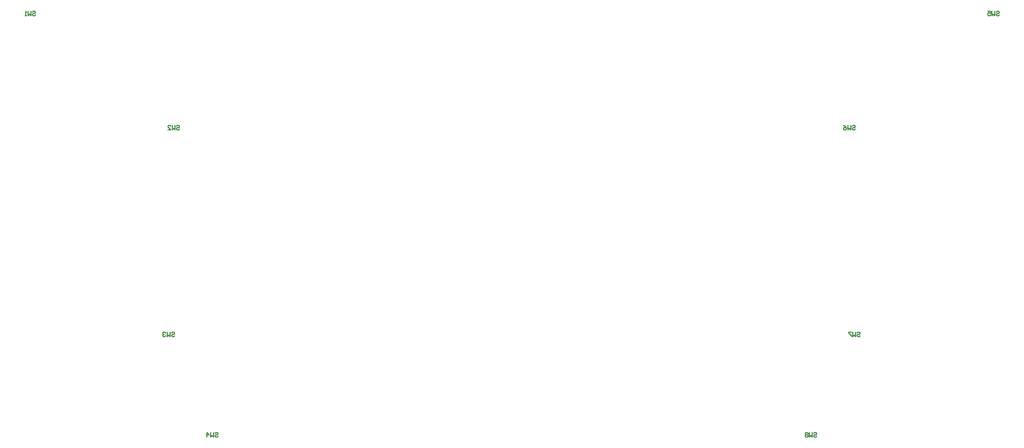
<source format=gbo>
G04*
G04 #@! TF.GenerationSoftware,Altium Limited,Altium Designer,18.1.11 (251)*
G04*
G04 Layer_Color=32896*
%FSLAX25Y25*%
%MOIN*%
G70*
G01*
G75*
%ADD10C,0.01000*%
D10*
X763976Y114180D02*
X764632Y114836D01*
X765944D01*
X766600Y114180D01*
Y113524D01*
X765944Y112868D01*
X764632D01*
X763976Y112212D01*
Y111556D01*
X764632Y110900D01*
X765944D01*
X766600Y111556D01*
X762664Y114836D02*
Y110900D01*
X761352Y112212D01*
X760040Y110900D01*
Y114836D01*
X758729Y114180D02*
X758073Y114836D01*
X756761D01*
X756105Y114180D01*
Y113524D01*
X756761Y112868D01*
X756105Y112212D01*
Y111556D01*
X756761Y110900D01*
X758073D01*
X758729Y111556D01*
Y112212D01*
X758073Y112868D01*
X758729Y113524D01*
Y114180D01*
X758073Y112868D02*
X756761D01*
X226176Y114180D02*
X226832Y114836D01*
X228144D01*
X228800Y114180D01*
Y113524D01*
X228144Y112868D01*
X226832D01*
X226176Y112212D01*
Y111556D01*
X226832Y110900D01*
X228144D01*
X228800Y111556D01*
X224864Y114836D02*
Y110900D01*
X223552Y112212D01*
X222240Y110900D01*
Y114836D01*
X218961Y110900D02*
Y114836D01*
X220929Y112868D01*
X218305D01*
X802976Y204480D02*
X803632Y205136D01*
X804944D01*
X805600Y204480D01*
Y203824D01*
X804944Y203168D01*
X803632D01*
X802976Y202512D01*
Y201856D01*
X803632Y201200D01*
X804944D01*
X805600Y201856D01*
X801664Y205136D02*
Y201200D01*
X800352Y202512D01*
X799040Y201200D01*
Y205136D01*
X797728D02*
X795105D01*
Y204480D01*
X797728Y201856D01*
Y201200D01*
X187176Y204480D02*
X187832Y205136D01*
X189144D01*
X189800Y204480D01*
Y203824D01*
X189144Y203168D01*
X187832D01*
X187176Y202512D01*
Y201856D01*
X187832Y201200D01*
X189144D01*
X189800Y201856D01*
X185864Y205136D02*
Y201200D01*
X184552Y202512D01*
X183240Y201200D01*
Y205136D01*
X181929Y204480D02*
X181273Y205136D01*
X179961D01*
X179305Y204480D01*
Y203824D01*
X179961Y203168D01*
X180617D01*
X179961D01*
X179305Y202512D01*
Y201856D01*
X179961Y201200D01*
X181273D01*
X181929Y201856D01*
X798476Y390480D02*
X799132Y391136D01*
X800444D01*
X801100Y390480D01*
Y389824D01*
X800444Y389168D01*
X799132D01*
X798476Y388512D01*
Y387856D01*
X799132Y387200D01*
X800444D01*
X801100Y387856D01*
X797164Y391136D02*
Y387200D01*
X795852Y388512D01*
X794540Y387200D01*
Y391136D01*
X790605D02*
X791917Y390480D01*
X793228Y389168D01*
Y387856D01*
X792573Y387200D01*
X791261D01*
X790605Y387856D01*
Y388512D01*
X791261Y389168D01*
X793228D01*
X191676Y390480D02*
X192332Y391136D01*
X193644D01*
X194300Y390480D01*
Y389824D01*
X193644Y389168D01*
X192332D01*
X191676Y388512D01*
Y387856D01*
X192332Y387200D01*
X193644D01*
X194300Y387856D01*
X190364Y391136D02*
Y387200D01*
X189052Y388512D01*
X187740Y387200D01*
Y391136D01*
X183805Y387200D02*
X186428D01*
X183805Y389824D01*
Y390480D01*
X184461Y391136D01*
X185773D01*
X186428Y390480D01*
X927976Y493080D02*
X928632Y493736D01*
X929944D01*
X930600Y493080D01*
Y492424D01*
X929944Y491768D01*
X928632D01*
X927976Y491112D01*
Y490456D01*
X928632Y489800D01*
X929944D01*
X930600Y490456D01*
X926664Y493736D02*
Y489800D01*
X925352Y491112D01*
X924040Y489800D01*
Y493736D01*
X920105D02*
X922729D01*
Y491768D01*
X921417Y492424D01*
X920761D01*
X920105Y491768D01*
Y490456D01*
X920761Y489800D01*
X922073D01*
X922729Y490456D01*
X62176Y493080D02*
X62832Y493736D01*
X64144D01*
X64800Y493080D01*
Y492424D01*
X64144Y491768D01*
X62832D01*
X62176Y491112D01*
Y490456D01*
X62832Y489800D01*
X64144D01*
X64800Y490456D01*
X60864Y493736D02*
Y489800D01*
X59552Y491112D01*
X58240Y489800D01*
Y493736D01*
X56928Y489800D02*
X55617D01*
X56273D01*
Y493736D01*
X56928Y493080D01*
M02*

</source>
